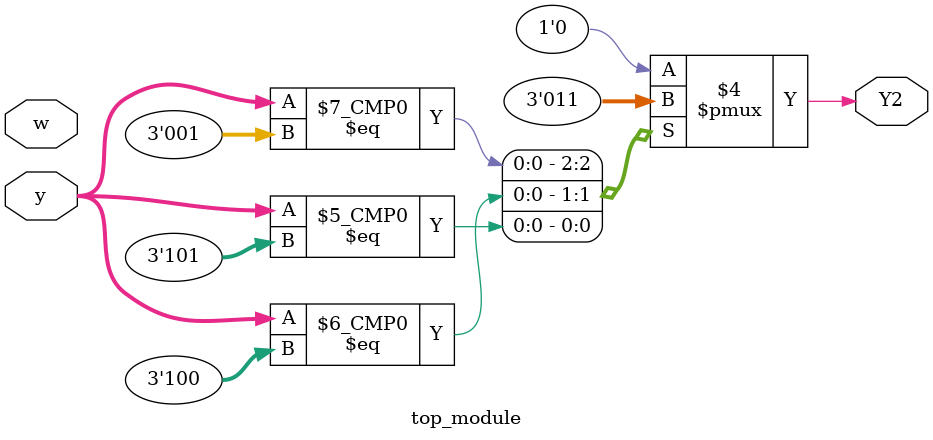
<source format=sv>
module top_module(
    input [3:1] y,
    input w,
    output reg Y2);

    always @(*) begin
        case (y)
            3'b000: Y2 = 1'b0;            // A
            3'b001: Y2 = w ? 1'b0 : 1'b0; // B based on state diagram, when in state B, Y2 is logically derived, but remains 0
            3'b010: Y2 = 1'b0;            // C
            3'b011: Y2 = 1'b0;            // D
            3'b100: Y2 = 1'b1;            // E
            3'b101: Y2 = 1'b1;            // F
            default: Y2 = 1'b0;           // Safety default
        endcase
    end
endmodule

</source>
